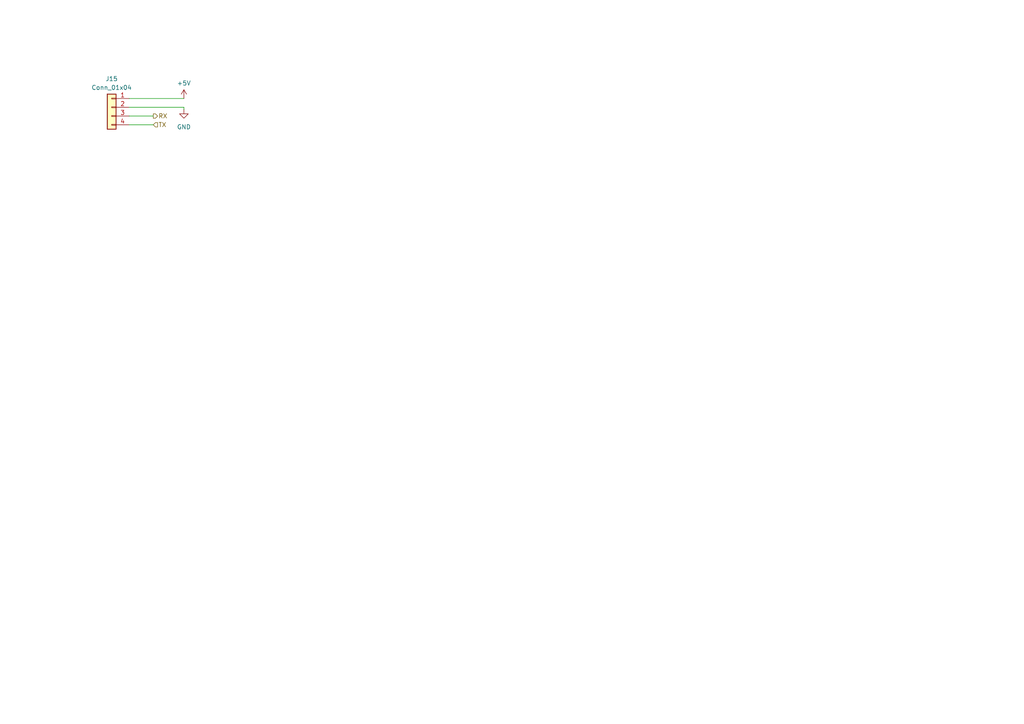
<source format=kicad_sch>
(kicad_sch (version 20230121) (generator eeschema)
  (paper "A4")
  (lib_symbols
    (symbol "Connector_Generic:Conn_01x04" (pin_names (offset 1.016) hide)
      (property "Reference" "J" (at 0 5.08 0))
      (property "Value" "Conn_01x04" (at 0 -7.62 0))
      (symbol "Conn_01x04_1_1"
        (rectangle (start -1.27 -4.953) (end 0 -5.207) (stroke (width 0.1524)))
        (rectangle (start -1.27 -2.413) (end 0 -2.667) (stroke (width 0.1524)))
        (rectangle (start -1.27 0.127) (end 0 -0.127) (stroke (width 0.1524)))
        (rectangle (start -1.27 2.667) (end 0 2.413) (stroke (width 0.1524)))
        (rectangle (start -1.27 3.81) (end 1.27 -6.35) (stroke (width 0.254)) (fill (type background)))
        (pin passive line (at -5.08 2.54 0) (length 3.81) (name "Pin_1") (number "1"))
        (pin passive line (at -5.08 0 0) (length 3.81) (name "Pin_2") (number "2"))
        (pin passive line (at -5.08 -2.54 0) (length 3.81) (name "Pin_3") (number "3"))
        (pin passive line (at -5.08 -5.08 0) (length 3.81) (name "Pin_4") (number "4"))
      )
    )
    (symbol "power:+5V" (power) (pin_names (offset 0))
      (property "Value" "+5V" (at 0 3.556 0))
      (symbol "+5V_0_1"
        (polyline (pts (xy -0.762 1.27) (xy 0 2.54)))
        (polyline (pts (xy 0 0) (xy 0 2.54)))
        (polyline (pts (xy 0 2.54) (xy 0.762 1.27)))
      )
      (symbol "+5V_1_1"
        (pin power_in line (at 0 0 90) (length 0) hide (name "+5V") (number "1"))
      )
    )
    (symbol "power:GND" (power) (pin_names (offset 0))
      (property "Value" "GND" (at 0 -3.81 0))
      (symbol "GND_0_1"
        (polyline (pts (xy 0 0) (xy 0 -1.27) (xy 1.27 -1.27) (xy 0 -2.54) (xy -1.27 -1.27) (xy 0 -1.27)))
      )
      (symbol "GND_1_1"
        (pin power_in line (at 0 0 270) (length 0) hide (name "GND") (number "1"))
      )
    )
  )
  (wire (pts (xy 37.465 33.655) (xy 44.45 33.655)))
  (wire (pts (xy 37.465 28.575) (xy 53.34 28.575)))
  (wire (pts (xy 53.34 31.115) (xy 53.34 31.75)))
  (wire (pts (xy 37.465 36.195) (xy 44.45 36.195)))
  (wire (pts (xy 37.465 31.115) (xy 53.34 31.115)))
  (hierarchical_label "RX" (shape output) (at 44.45 33.655 0))
  (hierarchical_label "TX" (shape input) (at 44.45 36.195 0))
  (symbol (lib_id "power:+5V") (at 53.34 28.575 0) (unit 1)
    (property "Reference" "#PWR060" (effects hide))
    (property "Value" "+5V" (at 53.34 24.13 0))
  )
  (symbol (lib_id "Connector_Generic:Conn_01x04") (at 32.385 31.115 0) (mirror y) (unit 1)
    (property "Reference" "J15" (at 32.385 22.86 0))
    (property "Value" "Conn_01x04" (at 32.385 25.4 0))
    (property "Footprint" "Connector_Molex:Molex_PicoBlade_53398-0471_1x04-1MP_P1.25mm_Vertical" (effects hide))
  )
  (symbol (lib_id "power:GND") (at 53.34 31.75 0) (unit 1)
    (property "Reference" "#PWR061" (effects hide))
    (property "Value" "GND" (at 53.34 36.83 0))
  )
)
</source>
